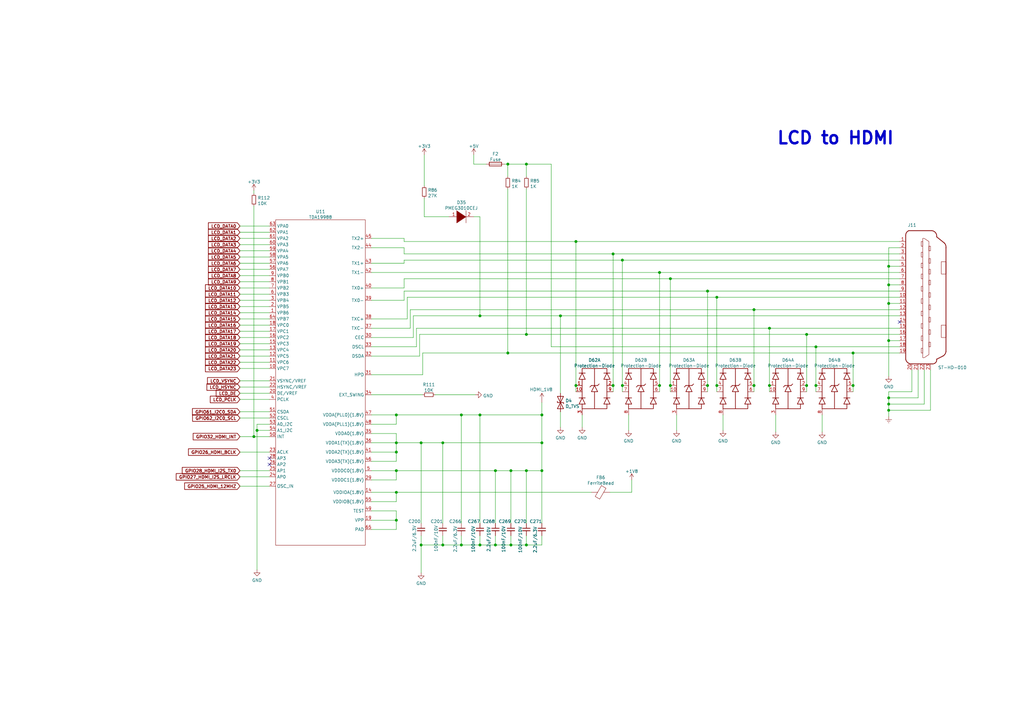
<source format=kicad_sch>
(kicad_sch (version 20210126) (generator eeschema)
  (paper "A3")
  (title_block (title "Beagle V") (date "2021-06-03") (rev "v0.7"))
  (lib_symbols
    (symbol "BeagleV:HDMI_1V8"
      (property "Value" "HDMI_1V8" (at 0 5.08 0))
      (symbol "HDMI_1V8_0_1"
        (polyline (pts (xy 0 0) (xy 0 3.81)))
        (polyline (pts (xy 0 3.81) (xy -0.762 2.54)))
        (polyline (pts (xy 0 3.81) (xy 0.762 2.54)))
      )
      (symbol "HDMI_1V8_1_1"
        (pin power_in line (at 0 0 90) (length 0) hide (name "LDO_3V3") (number "1"))
      )
    )
    (symbol "BeagleV:Protection-Diode"
      (property "Reference" "D" (at -4.445 9.525 0))
      (property "Value" "Protection-Diode" (at 3.175 -10.16 0))
      (symbol "Protection-Diode_0_1"
        (polyline (pts (xy -5.08 -3.81) (xy -5.08 3.81)) (stroke (width 0.254)))
        (polyline (pts (xy -3.81 -3.81) (xy -6.35 -3.81)) (stroke (width 0.254)))
        (polyline (pts (xy -3.81 6.35) (xy -6.35 6.35)) (stroke (width 0.254)))
        (polyline (pts (xy -1.27 1.27) (xy -1.905 0.635)) (stroke (width 0.254)))
        (polyline (pts (xy 0 -8.255) (xy 0 -1.27)) (stroke (width 0.254)))
        (polyline (pts (xy 0 1.27) (xy 0 8.255)) (stroke (width 0.254)))
        (polyline (pts (xy 1.27 1.27) (xy -1.27 1.27)) (stroke (width 0.254)))
        (polyline (pts (xy 1.27 1.27) (xy 1.905 1.905)) (stroke (width 0.254)))
        (polyline (pts (xy 5.08 -3.81) (xy 5.08 3.81)) (stroke (width 0.254)))
        (polyline (pts (xy 6.35 -3.81) (xy 3.81 -3.81)) (stroke (width 0.254)))
        (polyline (pts (xy 6.35 6.35) (xy 3.81 6.35)) (stroke (width 0.254)))
        (polyline (pts (xy -5.08 -6.35) (xy -5.08 -8.255) (xy 5.08 -8.255) (xy 5.08 -6.35)) (stroke (width 0.254)))
        (polyline (pts (xy -5.08 6.35) (xy -5.08 8.255) (xy 5.08 8.255) (xy 5.08 6.35)) (stroke (width 0.254)))
        (polyline (pts (xy -3.81 -6.35) (xy -6.35 -6.35) (xy -5.08 -3.81) (xy -3.81 -6.35)) (stroke (width 0.254)))
        (polyline (pts (xy -3.81 3.81) (xy -6.35 3.81) (xy -5.08 6.35) (xy -3.81 3.81)) (stroke (width 0.254)))
        (polyline (pts (xy 1.27 -1.27) (xy -1.27 -1.27) (xy 0 1.27) (xy 1.27 -1.27)) (stroke (width 0.254)))
        (polyline (pts (xy 6.35 -6.35) (xy 3.81 -6.35) (xy 5.08 -3.81) (xy 6.35 -6.35)) (stroke (width 0.254)))
        (polyline (pts (xy 6.35 3.81) (xy 3.81 3.81) (xy 5.08 6.35) (xy 6.35 3.81)) (stroke (width 0.254)))
      )
      (symbol "Protection-Diode_1_1"
        (pin passive line (at -7.62 1.27 0) (length 2.54) (name "") (number "1"))
        (pin passive line (at -7.62 -1.27 0) (length 2.54) (name "") (number "10"))
        (pin passive line (at 7.62 1.27 180) (length 2.54) (name "") (number "2"))
        (pin passive line (at -5.08 -10.795 90) (length 2.54) (name "") (number "3"))
        (pin passive line (at 7.62 -1.27 180) (length 2.54) (name "") (number "9"))
      )
      (symbol "Protection-Diode_2_1"
        (pin passive line (at -7.62 1.27 0) (length 2.54) (name "") (number "4"))
        (pin passive line (at 7.62 1.27 180) (length 2.54) (name "") (number "5"))
        (pin passive line (at 7.62 -1.27 180) (length 2.54) (name "") (number "6"))
        (pin passive line (at -7.62 -1.27 0) (length 2.54) (name "") (number "7"))
        (pin passive line (at -5.08 -10.795 90) (length 2.54) (name "") (number "8"))
      )
    )
    (symbol "BeagleV:Protection-Diode_1"
      (property "Reference" "J" (at -4.445 9.525 0))
      (property "Value" "Protection-Diode" (at 3.175 -10.16 0))
      (symbol "Protection-Diode_1_0_1"
        (polyline (pts (xy -5.08 -3.81) (xy -5.08 3.81)) (stroke (width 0.254)))
        (polyline (pts (xy -3.81 -3.81) (xy -6.35 -3.81)) (stroke (width 0.254)))
        (polyline (pts (xy -3.81 6.35) (xy -6.35 6.35)) (stroke (width 0.254)))
        (polyline (pts (xy -1.27 1.27) (xy -1.905 0.635)) (stroke (width 0.254)))
        (polyline (pts (xy 0 -8.255) (xy 0 -1.27)) (stroke (width 0.254)))
        (polyline (pts (xy 0 1.27) (xy 0 8.255)) (stroke (width 0.254)))
        (polyline (pts (xy 1.27 1.27) (xy -1.27 1.27)) (stroke (width 0.254)))
        (polyline (pts (xy 1.27 1.27) (xy 1.905 1.905)) (stroke (width 0.254)))
        (polyline (pts (xy 5.08 -3.81) (xy 5.08 3.81)) (stroke (width 0.254)))
        (polyline (pts (xy 6.35 -3.81) (xy 3.81 -3.81)) (stroke (width 0.254)))
        (polyline (pts (xy 6.35 6.35) (xy 3.81 6.35)) (stroke (width 0.254)))
        (polyline (pts (xy -5.08 -6.35) (xy -5.08 -8.255) (xy 5.08 -8.255) (xy 5.08 -6.35)) (stroke (width 0.254)))
        (polyline (pts (xy -5.08 6.35) (xy -5.08 8.255) (xy 5.08 8.255) (xy 5.08 6.35)) (stroke (width 0.254)))
        (polyline (pts (xy -3.81 -6.35) (xy -6.35 -6.35) (xy -5.08 -3.81) (xy -3.81 -6.35)) (stroke (width 0.254)))
        (polyline (pts (xy -3.81 3.81) (xy -6.35 3.81) (xy -5.08 6.35) (xy -3.81 3.81)) (stroke (width 0.254)))
        (polyline (pts (xy 1.27 -1.27) (xy -1.27 -1.27) (xy 0 1.27) (xy 1.27 -1.27)) (stroke (width 0.254)))
        (polyline (pts (xy 6.35 -6.35) (xy 3.81 -6.35) (xy 5.08 -3.81) (xy 6.35 -6.35)) (stroke (width 0.254)))
        (polyline (pts (xy 6.35 3.81) (xy 3.81 3.81) (xy 5.08 6.35) (xy 6.35 3.81)) (stroke (width 0.254)))
      )
      (symbol "Protection-Diode_1_1_1"
        (pin passive line (at -7.62 1.27 0) (length 2.54) (name "") (number "1"))
        (pin passive line (at -7.62 -1.27 0) (length 2.54) (name "") (number "10"))
        (pin passive line (at 7.62 1.27 180) (length 2.54) (name "") (number "2"))
        (pin passive line (at -5.08 -10.795 90) (length 2.54) (name "") (number "3"))
        (pin passive line (at 7.62 -1.27 180) (length 2.54) (name "") (number "9"))
      )
      (symbol "Protection-Diode_1_2_1"
        (pin passive line (at -7.62 1.27 0) (length 2.54) (name "") (number "4"))
        (pin passive line (at 7.62 1.27 180) (length 2.54) (name "") (number "5"))
        (pin passive line (at 7.62 -1.27 180) (length 2.54) (name "") (number "6"))
        (pin passive line (at -7.62 -1.27 0) (length 2.54) (name "") (number "7"))
        (pin passive line (at -5.08 -10.795 90) (length 2.54) (name "") (number "8"))
      )
    )
    (symbol "BeagleV:Protection-Diode_2"
      (property "Reference" "J" (at -4.445 9.525 0))
      (property "Value" "Protection-Diode" (at 3.175 -10.16 0))
      (symbol "Protection-Diode_2_0_1"
        (polyline (pts (xy -5.08 -3.81) (xy -5.08 3.81)) (stroke (width 0.254)))
        (polyline (pts (xy -3.81 -3.81) (xy -6.35 -3.81)) (stroke (width 0.254)))
        (polyline (pts (xy -3.81 6.35) (xy -6.35 6.35)) (stroke (width 0.254)))
        (polyline (pts (xy -1.27 1.27) (xy -1.905 0.635)) (stroke (width 0.254)))
        (polyline (pts (xy 0 -8.255) (xy 0 -1.27)) (stroke (width 0.254)))
        (polyline (pts (xy 0 1.27) (xy 0 8.255)) (stroke (width 0.254)))
        (polyline (pts (xy 1.27 1.27) (xy -1.27 1.27)) (stroke (width 0.254)))
        (polyline (pts (xy 1.27 1.27) (xy 1.905 1.905)) (stroke (width 0.254)))
        (polyline (pts (xy 5.08 -3.81) (xy 5.08 3.81)) (stroke (width 0.254)))
        (polyline (pts (xy 6.35 -3.81) (xy 3.81 -3.81)) (stroke (width 0.254)))
        (polyline (pts (xy 6.35 6.35) (xy 3.81 6.35)) (stroke (width 0.254)))
        (polyline (pts (xy -5.08 -6.35) (xy -5.08 -8.255) (xy 5.08 -8.255) (xy 5.08 -6.35)) (stroke (width 0.254)))
        (polyline (pts (xy -5.08 6.35) (xy -5.08 8.255) (xy 5.08 8.255) (xy 5.08 6.35)) (stroke (width 0.254)))
        (polyline (pts (xy -3.81 -6.35) (xy -6.35 -6.35) (xy -5.08 -3.81) (xy -3.81 -6.35)) (stroke (width 0.254)))
        (polyline (pts (xy -3.81 3.81) (xy -6.35 3.81) (xy -5.08 6.35) (xy -3.81 3.81)) (stroke (width 0.254)))
        (polyline (pts (xy 1.27 -1.27) (xy -1.27 -1.27) (xy 0 1.27) (xy 1.27 -1.27)) (stroke (width 0.254)))
        (polyline (pts (xy 6.35 -6.35) (xy 3.81 -6.35) (xy 5.08 -3.81) (xy 6.35 -6.35)) (stroke (width 0.254)))
        (polyline (pts (xy 6.35 3.81) (xy 3.81 3.81) (xy 5.08 6.35) (xy 6.35 3.81)) (stroke (width 0.254)))
      )
      (symbol "Protection-Diode_2_1_1"
        (pin passive line (at -7.62 1.27 0) (length 2.54) (name "") (number "1"))
        (pin passive line (at -7.62 -1.27 0) (length 2.54) (name "") (number "10"))
        (pin passive line (at 7.62 1.27 180) (length 2.54) (name "") (number "2"))
        (pin passive line (at -5.08 -10.795 90) (length 2.54) (name "") (number "3"))
        (pin passive line (at 7.62 -1.27 180) (length 2.54) (name "") (number "9"))
      )
      (symbol "Protection-Diode_2_2_1"
        (pin passive line (at -7.62 1.27 0) (length 2.54) (name "") (number "4"))
        (pin passive line (at 7.62 1.27 180) (length 2.54) (name "") (number "5"))
        (pin passive line (at 7.62 -1.27 180) (length 2.54) (name "") (number "6"))
        (pin passive line (at -7.62 -1.27 0) (length 2.54) (name "") (number "7"))
        (pin passive line (at -5.08 -10.795 90) (length 2.54) (name "") (number "8"))
      )
    )
    (symbol "BeagleV:ST-HD-010"
      (property "Reference" "J" (at -5.715 26.035 0))
      (property "Value" "ST-HD-010" (at -0.635 -40.64 0))
      (symbol "ST-HD-010_0_1"
        (arc (start -8.255 22.86) (end -6.985 24.765) (radius (at -6.2629 22.9077) (length 1.9927) (angles -178.6 111.2)) (stroke (width 0.3048)))
        (arc (start -6.35 -29.845) (end -8.255 -27.94) (radius (at -5.9306 -27.5206) (length 2.3619) (angles -100.2 -169.8)) (stroke (width 0.3048)))
        (arc (start 2.54 24.765) (end 4.445 22.225) (radius (at 2.2225 22.5425) (length 2.2451) (angles 81.9 -8.1)) (stroke (width 0.3048)))
        (arc (start 2.54 -29.845) (end 4.445 -27.94) (radius (at 2.8064 -28.2064) (length 1.6601) (angles -99.2 9.2)) (stroke (width 0.3048)))
        (arc (start 8.255 -24.765) (end 6.985 -26.67) (radius (at 5.7909 -24.4981) (length 2.4785) (angles -6.2 -61.2)) (stroke (width 0.3048)))
        (arc (start 8.255 17.78) (end 7.62 19.685) (radius (at 5.8785 18.0462) (length 2.3914) (angles -6.4 43.3)) (stroke (width 0.3048)))
        (rectangle (start -1.905 -23.495) (end -1.27 -25.4) (stroke (width 0.1524)))
        (rectangle (start -1.905 -18.415) (end -1.27 -20.32) (stroke (width 0.1524)))
        (rectangle (start -1.905 -13.335) (end -1.27 -15.24) (stroke (width 0.1524)))
        (rectangle (start -1.905 -8.255) (end -1.27 -10.16) (stroke (width 0.1524)))
        (rectangle (start -1.905 -3.175) (end -1.27 -5.08) (stroke (width 0.1524)))
        (rectangle (start -1.905 1.905) (end -1.27 0) (stroke (width 0.1524)))
        (rectangle (start -1.905 6.985) (end -1.27 5.08) (stroke (width 0.1524)))
        (rectangle (start -1.905 11.43) (end -1.27 9.525) (stroke (width 0.1524)))
        (rectangle (start -1.905 15.875) (end -1.27 13.97) (stroke (width 0.1524)))
        (rectangle (start -1.905 20.32) (end -1.27 18.415) (stroke (width 0.1524)))
        (rectangle (start 1.27 -20.955) (end 1.905 -22.86) (stroke (width 0.1524)))
        (rectangle (start 1.27 -15.875) (end 1.905 -17.78) (stroke (width 0.1524)))
        (rectangle (start 1.27 -10.795) (end 1.905 -12.7) (stroke (width 0.1524)))
        (rectangle (start 1.27 -5.715) (end 1.905 -7.62) (stroke (width 0.1524)))
        (rectangle (start 1.27 -0.635) (end 1.905 -2.54) (stroke (width 0.1524)))
        (rectangle (start 1.27 4.445) (end 1.905 2.54) (stroke (width 0.1524)))
        (rectangle (start 1.27 8.89) (end 1.905 6.985) (stroke (width 0.1524)))
        (rectangle (start 1.27 13.335) (end 1.905 11.43) (stroke (width 0.1524)))
        (rectangle (start 1.27 18.415) (end 1.905 16.51) (stroke (width 0.1524)))
        (rectangle (start 6.35 -13.97) (end 8.255 -19.05) (stroke (width 0.1524)))
        (rectangle (start 6.35 12.065) (end 8.255 6.985) (stroke (width 0.1524)))
        (polyline (pts (xy -8.255 22.86) (xy -8.255 -27.94)) (stroke (width 0.3048)))
        (polyline (pts (xy -6.985 24.765) (xy 2.54 24.765)) (stroke (width 0.3048)))
        (polyline (pts (xy -6.35 -29.845) (xy 2.54 -29.845)) (stroke (width 0.3048)))
        (polyline (pts (xy 4.445 -27.94) (xy 6.985 -26.67)) (stroke (width 0.3048)))
        (polyline (pts (xy 4.445 22.225) (xy 7.62 19.685)) (stroke (width 0.3048)))
        (polyline (pts (xy 8.255 17.78) (xy 8.255 -24.765)) (stroke (width 0.3048)))
        (polyline (pts (xy -1.27 21.59) (xy -1.27 -27.305) (xy -0.635 -27.305) (xy 1.27 -26.035) (xy 1.27 20.32) (xy -0.635 21.59) (xy -1.27 21.59)) (stroke (width 0.1524)))
      )
      (symbol "ST-HD-010_1_1"
        (pin passive line (at -10.795 20.32 0) (length 2.54) (name "") (number "1"))
        (pin passive line (at -10.795 -2.54 0) (length 2.54) (name "") (number "10"))
        (pin passive line (at -10.795 -5.08 0) (length 2.54) (name "") (number "11"))
        (pin passive line (at -10.795 -7.62 0) (length 2.54) (name "") (number "12"))
        (pin passive line (at -10.795 -10.16 0) (length 2.54) (name "") (number "13"))
        (pin passive line (at -10.795 -12.7 0) (length 2.54) (name "") (number "14"))
        (pin passive line (at -10.795 -15.24 0) (length 2.54) (name "") (number "15"))
        (pin passive line (at -10.795 -17.78 0) (length 2.54) (name "") (number "16"))
        (pin passive line (at -10.795 -20.32 0) (length 2.54) (name "") (number "17"))
        (pin passive line (at -10.795 -22.86 0) (length 2.54) (name "") (number "18"))
        (pin passive line (at -10.795 -25.4 0) (length 2.54) (name "") (number "19"))
        (pin passive line (at -10.795 17.78 0) (length 2.54) (name "") (number "2"))
        (pin passive line (at -5.715 -32.385 90) (length 2.54) (name "") (number "20"))
        (pin passive line (at -3.175 -32.385 90) (length 2.54) (name "") (number "21"))
        (pin passive line (at -0.635 -32.385 90) (length 2.54) (name "") (number "22"))
        (pin passive line (at 1.905 -32.385 90) (length 2.54) (name "") (number "23"))
        (pin passive line (at -10.795 15.24 0) (length 2.54) (name "") (number "3"))
        (pin passive line (at -10.795 12.7 0) (length 2.54) (name "") (number "4"))
        (pin passive line (at -10.795 10.16 0) (length 2.54) (name "") (number "5"))
        (pin passive line (at -10.795 7.62 0) (length 2.54) (name "") (number "6"))
        (pin passive line (at -10.795 5.08 0) (length 2.54) (name "") (number "7"))
        (pin passive line (at -10.795 2.54 0) (length 2.54) (name "") (number "8"))
        (pin passive line (at -10.795 0 0) (length 2.54) (name "") (number "9"))
      )
    )
    (symbol "BeagleV:TDA19988"
      (property "Reference" "U" (at -21.3 71.5 0))
      (property "Value" "TDA19988" (at -17.3 -66 0))
      (symbol "TDA19988_0_1"
        (rectangle (start -22.86 69.85) (end 13.97 -63.6) (stroke (width 0.1524)))
      )
      (symbol "TDA19988_1_1"
        (pin input line (at -25.4 31.75 0) (length 2.56) (name "VPB6") (number "1"))
        (pin input line (at -25.4 8.89 0) (length 2.56) (name "VPC7") (number "10"))
        (pin input line (at -25.4 11.43 0) (length 2.56) (name "VPC6") (number "11"))
        (pin input line (at -25.4 13.97 0) (length 2.56) (name "VPC5") (number "12"))
        (pin input line (at -25.4 16.51 0) (length 2.56) (name "VPC4") (number "13"))
        (pin power_in line (at 16.51 -41.91 180) (length 2.56) (name "VDDIOA(1.8V)") (number "14"))
        (pin input line (at -25.4 19.05 0) (length 2.56) (name "VPC3") (number "15"))
        (pin input line (at -25.4 21.59 0) (length 2.56) (name "VPC2") (number "16"))
        (pin input line (at -25.4 24.13 0) (length 2.56) (name "VPC1") (number "17"))
        (pin input line (at -25.4 26.67 0) (length 2.56) (name "VPC0") (number "18"))
        (pin power_in line (at 16.51 -53.34 180) (length 2.56) (name "VPP") (number "19"))
        (pin input line (at -25.4 34.29 0) (length 2.56) (name "VPB5") (number "2"))
        (pin input line (at -25.4 -1.27 0) (length 2.56) (name "DE/VREF") (number "20"))
        (pin input line (at -25.4 3.81 0) (length 2.56) (name "VSYNC/VREF") (number "21"))
        (pin input line (at -25.4 1.27 0) (length 2.56) (name "HSYNC/VREF") (number "22"))
        (pin input line (at -25.4 -25.4 0) (length 2.56) (name "ACLK") (number "23"))
        (pin input line (at -25.4 -35.56 0) (length 2.56) (name "AP0") (number "24"))
        (pin input line (at -25.4 -33.02 0) (length 2.56) (name "AP1") (number "25"))
        (pin input line (at -25.4 -30.48 0) (length 2.56) (name "AP2") (number "26"))
        (pin input line (at -25.4 -39.37 0) (length 2.56) (name "OSC_IN") (number "27"))
        (pin input line (at -25.4 -27.94 0) (length 2.56) (name "AP3") (number "28"))
        (pin power_in line (at 16.51 -36.83 180) (length 2.56) (name "VDDDC1(1.8V)") (number "29"))
        (pin input line (at -25.4 36.83 0) (length 2.56) (name "VPB4") (number "3"))
        (pin output line (at 16.51 21.59 180) (length 2.54) (name "CEC") (number "30"))
        (pin output line (at 16.51 6.35 180) (length 2.56) (name "HPD") (number "31"))
        (pin output line (at 16.51 13.97 180) (length 2.56) (name "DSDA") (number "32"))
        (pin output line (at 16.51 17.78 180) (length 2.56) (name "DSCL") (number "33"))
        (pin output line (at 16.51 -1.905 180) (length 2.56) (name "EXT_SWING") (number "34"))
        (pin power_in line (at 16.51 -17.78 180) (length 2.56) (name "VDDA0(1.8V)") (number "35"))
        (pin power_in line (at 16.51 -21.59 180) (length 2.56) (name "VDDA1(TX)(1.8V)") (number "36"))
        (pin output line (at 16.51 25.4 180) (length 2.56) (name "TXC-") (number "37"))
        (pin output line (at 16.51 29.21 180) (length 2.56) (name "TXC+") (number "38"))
        (pin output line (at 16.51 36.83 180) (length 2.56) (name "TX0-") (number "39"))
        (pin input line (at -25.4 -3.81 0) (length 2.56) (name "PCLK") (number "4"))
        (pin output line (at 16.51 41.91 180) (length 2.56) (name "TX0+") (number "40"))
        (pin power_in line (at 16.51 -25.4 180) (length 2.56) (name "VDDA2(TX)(1.8V)") (number "41"))
        (pin output line (at 16.51 48.26 180) (length 2.56) (name "TX1-") (number "42"))
        (pin output line (at 16.51 52.07 180) (length 2.56) (name "TX1+") (number "43"))
        (pin output line (at 16.51 58.42 180) (length 2.56) (name "TX2-") (number "44"))
        (pin output line (at 16.51 62.23 180) (length 2.56) (name "TX2+") (number "45"))
        (pin power_in line (at 16.51 -29.21 180) (length 2.56) (name "VDDA3(TX)(1.8V)") (number "46"))
        (pin power_in line (at 16.51 -10.16 180) (length 2.56) (name "VDDA(PLL0)(1.8V)") (number "47"))
        (pin power_in line (at 16.51 -13.97 180) (length 2.56) (name "VDDA(PLL1)(1.8V)") (number "48"))
        (pin power_in line (at 16.51 -49.53 180) (length 2.56) (name "TEST") (number "49"))
        (pin power_in line (at 16.51 -33.02 180) (length 2.56) (name "VDDDC0(1.8V)") (number "5"))
        (pin output line (at -25.4 -19.05 0) (length 2.56) (name "INT") (number "50"))
        (pin input line (at -25.4 -8.89 0) (length 2.56) (name "CSDA") (number "51"))
        (pin input line (at -25.4 -11.43 0) (length 2.56) (name "CSCL") (number "52"))
        (pin input line (at -25.4 -13.97 0) (length 2.56) (name "A0_I2C") (number "53"))
        (pin input line (at -25.4 -16.51 0) (length 2.56) (name "A1_I2C") (number "54"))
        (pin power_in line (at 16.51 -45.72 180) (length 2.56) (name "VDDIOB(1.8V)") (number "55"))
        (pin input line (at -25.4 49.53 0) (length 2.56) (name "VPA7") (number "56"))
        (pin input line (at -25.4 52.07 0) (length 2.56) (name "VPA6") (number "57"))
        (pin input line (at -25.4 54.61 0) (length 2.56) (name "VPA5") (number "58"))
        (pin input line (at -25.4 57.15 0) (length 2.56) (name "VPA4") (number "59"))
        (pin input line (at -25.4 39.37 0) (length 2.56) (name "VPB3") (number "6"))
        (pin input line (at -25.4 59.69 0) (length 2.56) (name "VPA3") (number "60"))
        (pin input line (at -25.4 62.23 0) (length 2.56) (name "VPA2") (number "61"))
        (pin input line (at -25.4 64.77 0) (length 2.56) (name "VPA1") (number "62"))
        (pin input line (at -25.4 67.31 0) (length 2.56) (name "VPA0") (number "63"))
        (pin input line (at -25.4 29.21 0) (length 2.56) (name "VPB7") (number "64"))
        (pin power_in line (at 16.51 -57.15 180) (length 2.56) (name "PAD") (number "65"))
        (pin input line (at -25.4 41.91 0) (length 2.56) (name "VPB2") (number "7"))
        (pin input line (at -25.4 44.45 0) (length 2.56) (name "VPB1") (number "8"))
        (pin input line (at -25.4 46.99 0) (length 2.56) (name "VPB0") (number "9"))
      )
    )
    (symbol "Device:C_Small" (pin_numbers hide) (pin_names (offset 0.254) hide)
      (property "Reference" "C" (at 0.254 1.778 0))
      (property "Value" "C_Small" (at 0.254 -2.032 0))
      (symbol "C_Small_0_1"
        (polyline (pts (xy -1.524 -0.508) (xy 1.524 -0.508)) (stroke (width 0.3302)))
        (polyline (pts (xy -1.524 0.508) (xy 1.524 0.508)) (stroke (width 0.3048)))
      )
      (symbol "C_Small_1_1"
        (pin passive line (at 0 2.54 270) (length 2.032) (name "~") (number "1"))
        (pin passive line (at 0 -2.54 90) (length 2.032) (name "~") (number "2"))
      )
    )
    (symbol "Device:D_TVS" (pin_numbers hide) (pin_names (offset 1.016) hide)
      (property "Reference" "D" (at 0 2.54 0))
      (property "Value" "D_TVS" (at 0 -2.54 0))
      (symbol "D_TVS_0_1"
        (polyline (pts (xy 1.27 0) (xy -1.27 0)))
        (polyline (pts (xy 0.508 1.27) (xy 0 1.27) (xy 0 -1.27) (xy -0.508 -1.27)) (stroke (width 0.254)))
        (polyline (pts (xy -2.54 1.27) (xy -2.54 -1.27) (xy 2.54 1.27) (xy 2.54 -1.27) (xy -2.54 1.27)) (stroke (width 0.254)))
      )
      (symbol "D_TVS_1_1"
        (pin passive line (at -3.81 0 0) (length 2.54) (name "A1") (number "1"))
        (pin passive line (at 3.81 0 180) (length 2.54) (name "A2") (number "2"))
      )
    )
    (symbol "Device:FerriteBead" (pin_numbers hide) (pin_names (offset 0))
      (property "Reference" "FB" (at -3.81 0.635 90))
      (property "Value" "FerriteBead" (at 3.81 0 90))
      (symbol "FerriteBead_0_1"
        (polyline (pts (xy 0 -1.27) (xy 0 -1.2192)))
        (polyline (pts (xy 0 1.27) (xy 0 1.2954)))
        (polyline (pts (xy -2.7686 0.4064) (xy -1.7018 2.2606) (xy 2.7686 -0.3048) (xy 1.6764 -2.159) (xy -2.7686 0.4064)))
      )
      (symbol "FerriteBead_1_1"
        (pin passive line (at 0 3.81 270) (length 2.54) (name "~") (number "1"))
        (pin passive line (at 0 -3.81 90) (length 2.54) (name "~") (number "2"))
      )
    )
    (symbol "Device:Fuse" (pin_numbers hide) (pin_names (offset 0))
      (property "Reference" "F" (at 2.032 0 90))
      (property "Value" "Fuse" (at -1.905 0 90))
      (symbol "Fuse_0_1"
        (rectangle (start -0.762 -2.54) (end 0.762 2.54) (stroke (width 0.254)))
        (polyline (pts (xy 0 2.54) (xy 0 -2.54)))
      )
      (symbol "Fuse_1_1"
        (pin passive line (at 0 3.81 270) (length 1.27) (name "~") (number "1"))
        (pin passive line (at 0 -3.81 90) (length 1.27) (name "~") (number "2"))
      )
    )
    (symbol "Device:R_Small" (pin_numbers hide) (pin_names (offset 0.254) hide)
      (property "Reference" "R" (at 0.762 0.508 0))
      (property "Value" "R_Small" (at 0.762 -1.016 0))
      (symbol "R_Small_0_1"
        (rectangle (start -0.762 1.778) (end 0.762 -1.778) (stroke (width 0.2032)))
      )
      (symbol "R_Small_1_1"
        (pin passive line (at 0 2.54 270) (length 0.762) (name "~") (number "1"))
        (pin passive line (at 0 -2.54 90) (length 0.762) (name "~") (number "2"))
      )
    )
    (symbol "power:+1V8" (power) (pin_names (offset 0))
      (property "Value" "+1V8" (at 0 3.556 0))
      (symbol "+1V8_0_1"
        (polyline (pts (xy -0.762 1.27) (xy 0 2.54)))
        (polyline (pts (xy 0 0) (xy 0 2.54)))
        (polyline (pts (xy 0 2.54) (xy 0.762 1.27)))
      )
      (symbol "+1V8_1_1"
        (pin power_in line (at 0 0 90) (length 0) hide (name "+1V8") (number "1"))
      )
    )
    (symbol "power:+3V3" (power) (pin_names (offset 0))
      (property "Value" "+3V3" (at 0 3.556 0))
      (symbol "+3V3_0_1"
        (polyline (pts (xy -0.762 1.27) (xy 0 2.54)))
        (polyline (pts (xy 0 0) (xy 0 2.54)))
        (polyline (pts (xy 0 2.54) (xy 0.762 1.27)))
      )
      (symbol "+3V3_1_1"
        (pin power_in line (at 0 0 90) (length 0) hide (name "+3V3") (number "1"))
      )
    )
    (symbol "power:+5V" (power) (pin_names (offset 0))
      (property "Value" "+5V" (at 0 3.556 0))
      (symbol "+5V_0_1"
        (polyline (pts (xy -0.762 1.27) (xy 0 2.54)))
        (polyline (pts (xy 0 0) (xy 0 2.54)))
        (polyline (pts (xy 0 2.54) (xy 0.762 1.27)))
      )
      (symbol "+5V_1_1"
        (pin power_in line (at 0 0 90) (length 0) hide (name "+5V") (number "1"))
      )
    )
    (symbol "power:Earth" (power) (pin_names (offset 0))
      (symbol "Earth_0_1"
        (polyline (pts (xy -0.635 -1.905) (xy 0.635 -1.905)))
        (polyline (pts (xy -0.127 -2.54) (xy 0.127 -2.54)))
        (polyline (pts (xy 0 -1.27) (xy 0 0)))
        (polyline (pts (xy 1.27 -1.27) (xy -1.27 -1.27)))
      )
      (symbol "Earth_1_1"
        (pin power_in line (at 0 0 270) (length 0) hide (name "Earth") (number "1"))
      )
    )
    (symbol "power:GND" (power) (pin_names (offset 0))
      (property "Value" "GND" (at 0 -3.81 0))
      (symbol "GND_0_1"
        (polyline (pts (xy 0 0) (xy 0 -1.27) (xy 1.27 -1.27) (xy 0 -2.54) (xy -1.27 -1.27) (xy 0 -1.27)))
      )
      (symbol "GND_1_1"
        (pin power_in line (at 0 0 270) (length 0) hide (name "GND") (number "1"))
      )
    )
    (symbol "pspice:DIODE" (pin_names (offset 1.016) hide)
      (property "Reference" "D" (at 0 3.81 0))
      (property "Value" "DIODE" (at 0 -4.445 0))
      (symbol "DIODE_0_1"
        (polyline (pts (xy 1.905 2.54) (xy 1.905 -2.54)))
        (polyline (pts (xy -1.905 2.54) (xy -1.905 -2.54) (xy 1.905 0)) (fill (type outline)))
      )
      (symbol "DIODE_1_1"
        (pin input line (at -5.08 0 0) (length 3.81) (name "K") (number "1"))
        (pin input line (at 5.08 0 180) (length 3.81) (name "A") (number "2"))
      )
    )
  )
  (junction (at 104.14 179.07) (diameter 1.016))
  (junction (at 105.41 176.53) (diameter 1.016))
  (junction (at 162.56 170.18) (diameter 1.016))
  (junction (at 162.56 181.61) (diameter 1.016))
  (junction (at 162.56 185.42) (diameter 1.016))
  (junction (at 162.56 193.04) (diameter 1.016))
  (junction (at 162.56 201.93) (diameter 1.016))
  (junction (at 162.56 213.36) (diameter 1.016))
  (junction (at 172.72 181.61) (diameter 1.016))
  (junction (at 172.72 223.52) (diameter 1.016))
  (junction (at 181.61 181.61) (diameter 1.016))
  (junction (at 181.61 223.52) (diameter 1.016))
  (junction (at 189.23 170.18) (diameter 1.016))
  (junction (at 189.23 223.52) (diameter 1.016))
  (junction (at 196.85 129.54) (diameter 1.016))
  (junction (at 196.85 170.18) (diameter 1.016))
  (junction (at 196.85 223.52) (diameter 1.016))
  (junction (at 203.2 193.04) (diameter 1.016))
  (junction (at 203.2 223.52) (diameter 1.016))
  (junction (at 208.28 67.31) (diameter 1.016))
  (junction (at 208.28 144.78) (diameter 1.016))
  (junction (at 209.55 193.04) (diameter 1.016))
  (junction (at 209.55 223.52) (diameter 1.016))
  (junction (at 215.9 67.31) (diameter 1.016))
  (junction (at 215.9 137.16) (diameter 1.016))
  (junction (at 215.9 193.04) (diameter 1.016))
  (junction (at 215.9 223.52) (diameter 1.016))
  (junction (at 222.25 170.18) (diameter 1.016))
  (junction (at 222.25 181.61) (diameter 1.016))
  (junction (at 222.25 193.04) (diameter 1.016))
  (junction (at 229.87 129.54) (diameter 1.016))
  (junction (at 236.22 99.06) (diameter 1.016))
  (junction (at 236.22 158.115) (diameter 1.016))
  (junction (at 251.46 104.14) (diameter 1.016))
  (junction (at 251.46 158.115) (diameter 1.016))
  (junction (at 255.27 106.68) (diameter 1.016))
  (junction (at 255.27 158.115) (diameter 1.016))
  (junction (at 270.51 111.76) (diameter 1.016))
  (junction (at 270.51 158.115) (diameter 1.016))
  (junction (at 274.955 114.3) (diameter 1.016))
  (junction (at 274.955 158.115) (diameter 1.016))
  (junction (at 290.195 119.38) (diameter 1.016))
  (junction (at 290.195 158.115) (diameter 1.016))
  (junction (at 294.005 121.92) (diameter 1.016))
  (junction (at 294.005 158.115) (diameter 1.016))
  (junction (at 309.245 127) (diameter 1.016))
  (junction (at 309.245 158.115) (diameter 1.016))
  (junction (at 315.595 134.62) (diameter 1.016))
  (junction (at 315.595 158.115) (diameter 1.016))
  (junction (at 330.835 137.16) (diameter 1.016))
  (junction (at 330.835 158.115) (diameter 1.016))
  (junction (at 334.645 142.24) (diameter 1.016))
  (junction (at 334.645 158.115) (diameter 1.016))
  (junction (at 349.885 144.78) (diameter 1.016))
  (junction (at 349.885 158.115) (diameter 1.016))
  (junction (at 364.49 109.22) (diameter 1.016))
  (junction (at 364.49 116.84) (diameter 1.016))
  (junction (at 364.49 124.46) (diameter 1.016))
  (junction (at 364.49 139.7) (diameter 1.016))
  (junction (at 364.49 163.195) (diameter 1.016))
  (junction (at 364.49 165.735) (diameter 1.016))
  (junction (at 364.49 168.275) (diameter 1.016))
  (no_connect (at 110.49 187.96))
  (no_connect (at 110.49 190.5))
  (no_connect (at 368.935 132.08))
  (wire (pts (xy 98.425 92.71) (xy 110.49 92.71)))
  (wire (pts (xy 98.425 95.25) (xy 110.49 95.25)))
  (wire (pts (xy 98.425 97.79) (xy 110.49 97.79)))
  (wire (pts (xy 98.425 100.33) (xy 110.49 100.33)))
  (wire (pts (xy 98.425 102.87) (xy 110.49 102.87)))
  (wire (pts (xy 98.425 105.41) (xy 110.49 105.41)))
  (wire (pts (xy 98.425 107.95) (xy 110.49 107.95)))
  (wire (pts (xy 98.425 110.49) (xy 110.49 110.49)))
  (wire (pts (xy 98.425 113.03) (xy 110.49 113.03)))
  (wire (pts (xy 98.425 115.57) (xy 110.49 115.57)))
  (wire (pts (xy 98.425 118.11) (xy 110.49 118.11)))
  (wire (pts (xy 98.425 120.65) (xy 110.49 120.65)))
  (wire (pts (xy 98.425 123.19) (xy 110.49 123.19)))
  (wire (pts (xy 98.425 125.73) (xy 110.49 125.73)))
  (wire (pts (xy 98.425 128.27) (xy 110.49 128.27)))
  (wire (pts (xy 98.425 130.81) (xy 110.49 130.81)))
  (wire (pts (xy 98.425 133.35) (xy 110.49 133.35)))
  (wire (pts (xy 98.425 135.89) (xy 110.49 135.89)))
  (wire (pts (xy 98.425 138.43) (xy 110.49 138.43)))
  (wire (pts (xy 98.425 140.97) (xy 110.49 140.97)))
  (wire (pts (xy 98.425 143.51) (xy 110.49 143.51)))
  (wire (pts (xy 98.425 146.05) (xy 110.49 146.05)))
  (wire (pts (xy 98.425 148.59) (xy 110.49 148.59)))
  (wire (pts (xy 98.425 151.13) (xy 110.49 151.13)))
  (wire (pts (xy 98.425 156.21) (xy 110.49 156.21)))
  (wire (pts (xy 98.425 158.75) (xy 110.49 158.75)))
  (wire (pts (xy 98.425 161.29) (xy 110.49 161.29)))
  (wire (pts (xy 98.425 163.83) (xy 110.49 163.83)))
  (wire (pts (xy 98.425 168.91) (xy 110.49 168.91)))
  (wire (pts (xy 98.425 171.45) (xy 110.49 171.45)))
  (wire (pts (xy 98.425 179.07) (xy 104.14 179.07)))
  (wire (pts (xy 98.425 185.42) (xy 110.49 185.42)))
  (wire (pts (xy 98.425 193.04) (xy 110.49 193.04)))
  (wire (pts (xy 98.425 195.58) (xy 110.49 195.58)))
  (wire (pts (xy 98.425 199.39) (xy 110.49 199.39)))
  (wire (pts (xy 104.14 78.105) (xy 104.14 79.375)))
  (wire (pts (xy 104.14 84.455) (xy 104.14 179.07)))
  (wire (pts (xy 104.14 179.07) (xy 110.49 179.07)))
  (wire (pts (xy 105.41 173.99) (xy 105.41 176.53)))
  (wire (pts (xy 105.41 173.99) (xy 110.49 173.99)))
  (wire (pts (xy 105.41 176.53) (xy 105.41 233.68)))
  (wire (pts (xy 105.41 176.53) (xy 110.49 176.53)))
  (wire (pts (xy 152.4 97.79) (xy 165.735 97.79)))
  (wire (pts (xy 152.4 107.95) (xy 165.735 107.95)))
  (wire (pts (xy 152.4 111.76) (xy 270.51 111.76)))
  (wire (pts (xy 152.4 130.81) (xy 167.005 130.81)))
  (wire (pts (xy 152.4 138.43) (xy 169.545 138.43)))
  (wire (pts (xy 152.4 146.05) (xy 172.085 146.05)))
  (wire (pts (xy 152.4 161.925) (xy 173.355 161.925)))
  (wire (pts (xy 152.4 173.99) (xy 162.56 173.99)))
  (wire (pts (xy 152.4 181.61) (xy 162.56 181.61)))
  (wire (pts (xy 152.4 185.42) (xy 162.56 185.42)))
  (wire (pts (xy 152.4 189.23) (xy 162.56 189.23)))
  (wire (pts (xy 152.4 196.85) (xy 162.56 196.85)))
  (wire (pts (xy 152.4 205.74) (xy 162.56 205.74)))
  (wire (pts (xy 152.4 209.55) (xy 162.56 209.55)))
  (wire (pts (xy 152.4 213.36) (xy 162.56 213.36)))
  (wire (pts (xy 162.56 170.18) (xy 152.4 170.18)))
  (wire (pts (xy 162.56 170.18) (xy 189.23 170.18)))
  (wire (pts (xy 162.56 173.99) (xy 162.56 170.18)))
  (wire (pts (xy 162.56 177.8) (xy 152.4 177.8)))
  (wire (pts (xy 162.56 181.61) (xy 162.56 177.8)))
  (wire (pts (xy 162.56 181.61) (xy 172.72 181.61)))
  (wire (pts (xy 162.56 185.42) (xy 162.56 181.61)))
  (wire (pts (xy 162.56 189.23) (xy 162.56 185.42)))
  (wire (pts (xy 162.56 193.04) (xy 152.4 193.04)))
  (wire (pts (xy 162.56 193.04) (xy 203.2 193.04)))
  (wire (pts (xy 162.56 196.85) (xy 162.56 193.04)))
  (wire (pts (xy 162.56 201.93) (xy 152.4 201.93)))
  (wire (pts (xy 162.56 201.93) (xy 242.57 201.93)))
  (wire (pts (xy 162.56 205.74) (xy 162.56 201.93)))
  (wire (pts (xy 162.56 209.55) (xy 162.56 213.36)))
  (wire (pts (xy 162.56 213.36) (xy 162.56 217.17)))
  (wire (pts (xy 162.56 217.17) (xy 152.4 217.17)))
  (wire (pts (xy 165.735 99.06) (xy 165.735 97.79)))
  (wire (pts (xy 165.735 101.6) (xy 152.4 101.6)))
  (wire (pts (xy 165.735 104.14) (xy 165.735 101.6)))
  (wire (pts (xy 165.735 106.68) (xy 165.735 107.95)))
  (wire (pts (xy 165.735 114.3) (xy 165.735 118.11)))
  (wire (pts (xy 165.735 118.11) (xy 152.4 118.11)))
  (wire (pts (xy 165.735 119.38) (xy 165.735 123.19)))
  (wire (pts (xy 165.735 123.19) (xy 152.4 123.19)))
  (wire (pts (xy 167.005 121.92) (xy 167.005 130.81)))
  (wire (pts (xy 168.275 127) (xy 168.275 134.62)))
  (wire (pts (xy 168.275 127) (xy 309.245 127)))
  (wire (pts (xy 168.275 134.62) (xy 152.4 134.62)))
  (wire (pts (xy 169.545 129.54) (xy 169.545 138.43)))
  (wire (pts (xy 170.815 134.62) (xy 170.815 142.24)))
  (wire (pts (xy 170.815 142.24) (xy 152.4 142.24)))
  (wire (pts (xy 172.085 137.16) (xy 215.9 137.16)))
  (wire (pts (xy 172.085 146.05) (xy 172.085 137.16)))
  (wire (pts (xy 172.72 181.61) (xy 172.72 214.63)))
  (wire (pts (xy 172.72 181.61) (xy 181.61 181.61)))
  (wire (pts (xy 172.72 219.71) (xy 172.72 223.52)))
  (wire (pts (xy 172.72 223.52) (xy 172.72 234.95)))
  (wire (pts (xy 172.72 223.52) (xy 181.61 223.52)))
  (wire (pts (xy 173.355 144.78) (xy 173.355 153.67)))
  (wire (pts (xy 173.355 144.78) (xy 208.28 144.78)))
  (wire (pts (xy 173.355 153.67) (xy 152.4 153.67)))
  (wire (pts (xy 173.99 63.5) (xy 173.99 76.2)))
  (wire (pts (xy 173.99 81.28) (xy 173.99 88.9)))
  (wire (pts (xy 173.99 88.9) (xy 184.15 88.9)))
  (wire (pts (xy 178.435 161.925) (xy 194.945 161.925)))
  (wire (pts (xy 181.61 181.61) (xy 181.61 214.63)))
  (wire (pts (xy 181.61 181.61) (xy 222.25 181.61)))
  (wire (pts (xy 181.61 219.71) (xy 181.61 223.52)))
  (wire (pts (xy 181.61 223.52) (xy 189.23 223.52)))
  (wire (pts (xy 189.23 170.18) (xy 189.23 214.63)))
  (wire (pts (xy 189.23 170.18) (xy 196.85 170.18)))
  (wire (pts (xy 189.23 219.71) (xy 189.23 223.52)))
  (wire (pts (xy 189.23 223.52) (xy 196.85 223.52)))
  (wire (pts (xy 194.31 63.5) (xy 194.31 67.31)))
  (wire (pts (xy 194.31 88.9) (xy 196.85 88.9)))
  (wire (pts (xy 196.85 88.9) (xy 196.85 129.54)))
  (wire (pts (xy 196.85 129.54) (xy 169.545 129.54)))
  (wire (pts (xy 196.85 170.18) (xy 196.85 214.63)))
  (wire (pts (xy 196.85 170.18) (xy 222.25 170.18)))
  (wire (pts (xy 196.85 219.71) (xy 196.85 223.52)))
  (wire (pts (xy 196.85 223.52) (xy 203.2 223.52)))
  (wire (pts (xy 199.39 67.31) (xy 194.31 67.31)))
  (wire (pts (xy 203.2 193.04) (xy 203.2 214.63)))
  (wire (pts (xy 203.2 193.04) (xy 209.55 193.04)))
  (wire (pts (xy 203.2 219.71) (xy 203.2 223.52)))
  (wire (pts (xy 203.2 223.52) (xy 209.55 223.52)))
  (wire (pts (xy 207.01 67.31) (xy 208.28 67.31)))
  (wire (pts (xy 208.28 67.31) (xy 208.28 72.39)))
  (wire (pts (xy 208.28 77.47) (xy 208.28 144.78)))
  (wire (pts (xy 208.28 144.78) (xy 349.885 144.78)))
  (wire (pts (xy 209.55 193.04) (xy 209.55 214.63)))
  (wire (pts (xy 209.55 193.04) (xy 215.9 193.04)))
  (wire (pts (xy 209.55 219.71) (xy 209.55 223.52)))
  (wire (pts (xy 209.55 223.52) (xy 215.9 223.52)))
  (wire (pts (xy 215.9 67.31) (xy 208.28 67.31)))
  (wire (pts (xy 215.9 67.31) (xy 215.9 72.39)))
  (wire (pts (xy 215.9 77.47) (xy 215.9 137.16)))
  (wire (pts (xy 215.9 137.16) (xy 330.835 137.16)))
  (wire (pts (xy 215.9 193.04) (xy 215.9 214.63)))
  (wire (pts (xy 215.9 193.04) (xy 222.25 193.04)))
  (wire (pts (xy 215.9 219.71) (xy 215.9 223.52)))
  (wire (pts (xy 215.9 223.52) (xy 222.25 223.52)))
  (wire (pts (xy 222.25 165.1) (xy 222.25 170.18)))
  (wire (pts (xy 222.25 170.18) (xy 222.25 181.61)))
  (wire (pts (xy 222.25 181.61) (xy 222.25 193.04)))
  (wire (pts (xy 222.25 193.04) (xy 222.25 214.63)))
  (wire (pts (xy 222.25 223.52) (xy 222.25 219.71)))
  (wire (pts (xy 226.06 67.31) (xy 215.9 67.31)))
  (wire (pts (xy 226.06 142.24) (xy 226.06 67.31)))
  (wire (pts (xy 229.87 129.54) (xy 196.85 129.54)))
  (wire (pts (xy 229.87 129.54) (xy 229.87 161.29)))
  (wire (pts (xy 229.87 168.91) (xy 229.87 175.26)))
  (wire (pts (xy 236.22 99.06) (xy 165.735 99.06)))
  (wire (pts (xy 236.22 99.06) (xy 236.22 158.115)))
  (wire (pts (xy 236.22 158.115) (xy 236.22 160.655)))
  (wire (pts (xy 238.76 170.18) (xy 238.76 175.26)))
  (wire (pts (xy 251.46 104.14) (xy 165.735 104.14)))
  (wire (pts (xy 251.46 104.14) (xy 251.46 158.115)))
  (wire (pts (xy 251.46 158.115) (xy 251.46 160.655)))
  (wire (pts (xy 255.27 106.68) (xy 165.735 106.68)))
  (wire (pts (xy 255.27 106.68) (xy 255.27 158.115)))
  (wire (pts (xy 255.27 158.115) (xy 255.27 160.655)))
  (wire (pts (xy 257.81 170.18) (xy 257.81 176.53)))
  (wire (pts (xy 259.08 196.85) (xy 259.08 201.93)))
  (wire (pts (xy 259.08 201.93) (xy 250.19 201.93)))
  (wire (pts (xy 270.51 111.76) (xy 270.51 158.115)))
  (wire (pts (xy 270.51 111.76) (xy 368.935 111.76)))
  (wire (pts (xy 270.51 158.115) (xy 270.51 160.655)))
  (wire (pts (xy 274.955 114.3) (xy 165.735 114.3)))
  (wire (pts (xy 274.955 114.3) (xy 274.955 158.115)))
  (wire (pts (xy 274.955 158.115) (xy 274.955 160.655)))
  (wire (pts (xy 277.495 170.18) (xy 277.495 176.53)))
  (wire (pts (xy 290.195 119.38) (xy 165.735 119.38)))
  (wire (pts (xy 290.195 119.38) (xy 290.195 158.115)))
  (wire (pts (xy 290.195 158.115) (xy 290.195 160.655)))
  (wire (pts (xy 294.005 121.92) (xy 167.005 121.92)))
  (wire (pts (xy 294.005 121.92) (xy 294.005 158.115)))
  (wire (pts (xy 294.005 158.115) (xy 294.005 160.655)))
  (wire (pts (xy 296.545 170.18) (xy 296.545 176.53)))
  (wire (pts (xy 309.245 127) (xy 368.935 127)))
  (wire (pts (xy 309.245 158.115) (xy 309.245 127)))
  (wire (pts (xy 309.245 160.655) (xy 309.245 158.115)))
  (wire (pts (xy 315.595 134.62) (xy 170.815 134.62)))
  (wire (pts (xy 315.595 134.62) (xy 315.595 158.115)))
  (wire (pts (xy 315.595 158.115) (xy 315.595 160.655)))
  (wire (pts (xy 318.135 170.18) (xy 318.135 177.165)))
  (wire (pts (xy 330.835 137.16) (xy 330.835 158.115)))
  (wire (pts (xy 330.835 137.16) (xy 368.935 137.16)))
  (wire (pts (xy 330.835 158.115) (xy 330.835 160.655)))
  (wire (pts (xy 334.645 142.24) (xy 226.06 142.24)))
  (wire (pts (xy 334.645 142.24) (xy 334.645 158.115)))
  (wire (pts (xy 334.645 142.24) (xy 368.935 142.24)))
  (wire (pts (xy 334.645 158.115) (xy 334.645 160.655)))
  (wire (pts (xy 337.185 170.18) (xy 337.185 177.165)))
  (wire (pts (xy 349.885 144.78) (xy 368.935 144.78)))
  (wire (pts (xy 349.885 158.115) (xy 349.885 144.78)))
  (wire (pts (xy 349.885 160.655) (xy 349.885 158.115)))
  (wire (pts (xy 364.49 101.6) (xy 364.49 109.22)))
  (wire (pts (xy 364.49 109.22) (xy 364.49 116.84)))
  (wire (pts (xy 364.49 109.22) (xy 368.935 109.22)))
  (wire (pts (xy 364.49 116.84) (xy 364.49 124.46)))
  (wire (pts (xy 364.49 116.84) (xy 368.935 116.84)))
  (wire (pts (xy 364.49 124.46) (xy 364.49 139.7)))
  (wire (pts (xy 364.49 124.46) (xy 368.935 124.46)))
  (wire (pts (xy 364.49 139.7) (xy 364.49 154.305)))
  (wire (pts (xy 364.49 139.7) (xy 368.935 139.7)))
  (wire (pts (xy 364.49 160.655) (xy 364.49 163.195)))
  (wire (pts (xy 364.49 163.195) (xy 364.49 165.735)))
  (wire (pts (xy 364.49 163.195) (xy 376.555 163.195)))
  (wire (pts (xy 364.49 165.735) (xy 364.49 168.275)))
  (wire (pts (xy 364.49 168.275) (xy 364.49 170.815)))
  (wire (pts (xy 368.935 99.06) (xy 236.22 99.06)))
  (wire (pts (xy 368.935 101.6) (xy 364.49 101.6)))
  (wire (pts (xy 368.935 104.14) (xy 251.46 104.14)))
  (wire (pts (xy 368.935 106.68) (xy 255.27 106.68)))
  (wire (pts (xy 368.935 114.3) (xy 274.955 114.3)))
  (wire (pts (xy 368.935 119.38) (xy 290.195 119.38)))
  (wire (pts (xy 368.935 121.92) (xy 294.005 121.92)))
  (wire (pts (xy 368.935 129.54) (xy 229.87 129.54)))
  (wire (pts (xy 368.935 134.62) (xy 315.595 134.62)))
  (wire (pts (xy 374.015 151.765) (xy 374.015 160.655)))
  (wire (pts (xy 374.015 160.655) (xy 364.49 160.655)))
  (wire (pts (xy 376.555 151.765) (xy 376.555 163.195)))
  (wire (pts (xy 379.095 151.765) (xy 379.095 165.735)))
  (wire (pts (xy 379.095 165.735) (xy 364.49 165.735)))
  (wire (pts (xy 381.635 151.765) (xy 381.635 168.275)))
  (wire (pts (xy 381.635 168.275) (xy 364.49 168.275)))
  (text "LCD to HDMI" (at 367.03 59.69 180) (effects (font (size 5 5) (thickness 1) bold) (justify right bottom)))
  (global_label "LCD_DATA0" (shape input) (at 98.425 92.71 180) (effects (font (thickness 0.254) bold)) (property "Intersheet References" "${INTERSHEET_REFS}" (effects hide)))
  (global_label "LCD_DATA1" (shape input) (at 98.425 95.25 180) (effects (font (thickness 0.254) bold)) (property "Intersheet References" "${INTERSHEET_REFS}" (effects hide)))
  (global_label "LCD_DATA2" (shape input) (at 98.425 97.79 180) (effects (font (thickness 0.254) bold)) (property "Intersheet References" "${INTERSHEET_REFS}" (effects hide)))
  (global_label "LCD_DATA3" (shape input) (at 98.425 100.33 180) (effects (font (thickness 0.254) bold)) (property "Intersheet References" "${INTERSHEET_REFS}" (effects hide)))
  (global_label "LCD_DATA4" (shape input) (at 98.425 102.87 180) (effects (font (thickness 0.254) bold)) (property "Intersheet References" "${INTERSHEET_REFS}" (effects hide)))
  (global_label "LCD_DATA5" (shape input) (at 98.425 105.41 180) (effects (font (thickness 0.254) bold)) (property "Intersheet References" "${INTERSHEET_REFS}" (effects hide)))
  (global_label "LCD_DATA6" (shape input) (at 98.425 107.95 180) (effects (font (thickness 0.254) bold)) (property "Intersheet References" "${INTERSHEET_REFS}" (effects hide)))
  (global_label "LCD_DATA7" (shape input) (at 98.425 110.49 180) (effects (font (thickness 0.254) bold)) (property "Intersheet References" "${INTERSHEET_REFS}" (effects hide)))
  (global_label "LCD_DATA8" (shape input) (at 98.425 113.03 180) (effects (font (thickness 0.254) bold)) (property "Intersheet References" "${INTERSHEET_REFS}" (effects hide)))
  (global_label "LCD_DATA9" (shape input) (at 98.425 115.57 180) (effects (font (thickness 0.254) bold)) (property "Intersheet References" "${INTERSHEET_REFS}" (effects hide)))
  (global_label "LCD_DATA10" (shape input) (at 98.425 118.11 180) (effects (font (thickness 0.254) bold)) (property "Intersheet References" "${INTERSHEET_REFS}" (effects hide)))
  (global_label "LCD_DATA11" (shape input) (at 98.425 120.65 180) (effects (font (thickness 0.254) bold)) (property "Intersheet References" "${INTERSHEET_REFS}" (effects hide)))
  (global_label "LCD_DATA12" (shape input) (at 98.425 123.19 180) (effects (font (thickness 0.254) bold)) (property "Intersheet References" "${INTERSHEET_REFS}" (effects hide)))
  (global_label "LCD_DATA13" (shape input) (at 98.425 125.73 180) (effects (font (thickness 0.254) bold)) (property "Intersheet References" "${INTERSHEET_REFS}" (effects hide)))
  (global_label "LCD_DATA14" (shape input) (at 98.425 128.27 180) (effects (font (thickness 0.254) bold)) (property "Intersheet References" "${INTERSHEET_REFS}" (effects hide)))
  (global_label "LCD_DATA15" (shape input) (at 98.425 130.81 180) (effects (font (thickness 0.254) bold)) (property "Intersheet References" "${INTERSHEET_REFS}" (effects hide)))
  (global_label "LCD_DATA16" (shape input) (at 98.425 133.35 180) (effects (font (thickness 0.254) bold)) (property "Intersheet References" "${INTERSHEET_REFS}" (effects hide)))
  (global_label "LCD_DATA17" (shape input) (at 98.425 135.89 180) (effects (font (thickness 0.254) bold)) (property "Intersheet References" "${INTERSHEET_REFS}" (effects hide)))
  (global_label "LCD_DATA18" (shape input) (at 98.425 138.43 180) (effects (font (thickness 0.254) bold)) (property "Intersheet References" "${INTERSHEET_REFS}" (effects hide)))
  (global_label "LCD_DATA19" (shape input) (at 98.425 140.97 180) (effects (font (thickness 0.254) bold)) (property "Intersheet References" "${INTERSHEET_REFS}" (effects hide)))
  (global_label "LCD_DATA20" (shape input) (at 98.425 143.51 180) (effects (font (thickness 0.254) bold)) (property "Intersheet References" "${INTERSHEET_REFS}" (effects hide)))
  (global_label "LCD_DATA21" (shape input) (at 98.425 146.05 180) (effects (font (thickness 0.254) bold)) (property "Intersheet References" "${INTERSHEET_REFS}" (effects hide)))
  (global_label "LCD_DATA22" (shape input) (at 98.425 148.59 180) (effects (font (thickness 0.254) bold)) (property "Intersheet References" "${INTERSHEET_REFS}" (effects hide)))
  (global_label "LCD_DATA23" (shape input) (at 98.425 151.13 180) (effects (font (thickness 0.254) bold)) (property "Intersheet References" "${INTERSHEET_REFS}" (effects hide)))
  (global_label "LCD_VSYNC" (shape input) (at 98.425 156.21 180) (effects (font (thickness 0.254) bold)) (property "Intersheet References" "${INTERSHEET_REFS}" (effects hide)))
  (global_label "LCD_HSYNC" (shape input) (at 98.425 158.75 180) (effects (font (thickness 0.254) bold)) (property "Intersheet References" "${INTERSHEET_REFS}" (effects hide)))
  (global_label "LCD_DE" (shape input) (at 98.425 161.29 180) (effects (font (thickness 0.254) bold)) (property "Intersheet References" "${INTERSHEET_REFS}" (effects hide)))
  (global_label "LCD_PCLK" (shape input) (at 98.425 163.83 180) (effects (font (thickness 0.254) bold)) (property "Intersheet References" "${INTERSHEET_REFS}" (effects hide)))
  (global_label "GPIO61_I2C0_SDA" (shape input) (at 98.425 168.91 180) (effects (font (thickness 0.254) bold)) (property "Intersheet References" "${INTERSHEET_REFS}" (effects hide)))
  (global_label "GPIO62_I2C0_SCL" (shape input) (at 98.425 171.45 180) (effects (font (thickness 0.254) bold)) (property "Intersheet References" "${INTERSHEET_REFS}" (effects hide)))
  (global_label "GPIO32_HDMI_INT" (shape input) (at 98.425 179.07 180) (effects (font (thickness 0.254) bold)) (property "Intersheet References" "${INTERSHEET_REFS}" (effects hide)))
  (global_label "GPIO26_HDMI_BCLK" (shape input) (at 98.425 185.42 180) (effects (font (thickness 0.254) bold)) (property "Intersheet References" "${INTERSHEET_REFS}" (effects hide)))
  (global_label "GPIO28_HDMI_I2S_TX0" (shape input) (at 98.425 193.04 180) (effects (font (thickness 0.254) bold)) (property "Intersheet References" "${INTERSHEET_REFS}" (effects hide)))
  (global_label "GPIO27_HDMI_I2S_LRCLK" (shape input) (at 98.425 195.58 180) (effects (font (thickness 0.254) bold)) (property "Intersheet References" "${INTERSHEET_REFS}" (effects hide)))
  (global_label "GPIO25_HDMI_12MHZ" (shape input) (at 98.425 199.39 180) (effects (font (thickness 0.254) bold)) (property "Intersheet References" "${INTERSHEET_REFS}" (effects hide)))
  (symbol (lib_id "power:+3V3") (at 104.14 78.105 0) (unit 1)
    (property "Reference" "#PWR0470" (effects hide))
    (property "Value" "+3V3" (at 104.14 74.5576 0))
  )
  (symbol (lib_id "power:+3V3") (at 173.99 63.5 0) (unit 1)
    (property "Reference" "#PWR0471" (effects hide))
    (property "Value" "+3V3" (at 173.99 59.9526 0))
  )
  (symbol (lib_id "power:+5V") (at 194.31 63.5 0) (unit 1)
    (property "Reference" "#PWR0472" (effects hide))
    (property "Value" "+5V" (at 194.31 59.9526 0))
  )
  (symbol (lib_id "power:+1V8") (at 259.08 196.85 0) (unit 1)
    (property "Reference" "#PWR0467" (effects hide))
    (property "Value" "+1V8" (at 259.08 193.3026 0))
  )
  (symbol (lib_id "BeagleV:HDMI_1V8") (at 222.25 165.1 0) (unit 1)
    (property "Reference" "P?" (effects hide))
    (property "Value" "HDMI_1V8" (at 217.2971 159.7735 0) (effects (justify left)))
  )
  (symbol (lib_id "power:GND") (at 105.41 233.68 0) (unit 1)
    (property "Reference" "#PWR0463" (effects hide))
    (property "Value" "GND" (at 105.41 238.0044 0))
  )
  (symbol (lib_id "power:GND") (at 172.72 234.95 0) (unit 1)
    (property "Reference" "#PWR0464" (effects hide))
    (property "Value" "GND" (at 172.72 239.2744 0))
  )
  (symbol (lib_id "power:GND") (at 194.945 161.925 90) (unit 1)
    (property "Reference" "#PWR0465" (effects hide))
    (property "Value" "GND" (at 198.1201 162.3135 90) (effects (justify right)))
  )
  (symbol (lib_id "power:GND") (at 229.87 175.26 0) (unit 1)
    (property "Reference" "#PWR0466" (effects hide))
    (property "Value" "GND" (at 229.87 179.5844 0))
  )
  (symbol (lib_id "power:GND") (at 238.76 175.26 0) (unit 1)
    (property "Reference" "#PWR0469" (effects hide))
    (property "Value" "GND" (at 238.76 179.5844 0))
  )
  (symbol (lib_id "power:GND") (at 257.81 176.53 0) (unit 1)
    (property "Reference" "#PWR0468" (effects hide))
    (property "Value" "GND" (at 257.81 180.8544 0))
  )
  (symbol (lib_id "power:GND") (at 277.495 176.53 0) (unit 1)
    (property "Reference" "#PWR0476" (effects hide))
    (property "Value" "GND" (at 277.495 180.8544 0))
  )
  (symbol (lib_id "power:GND") (at 296.545 176.53 0) (unit 1)
    (property "Reference" "#PWR0473" (effects hide))
    (property "Value" "GND" (at 296.545 180.8544 0))
  )
  (symbol (lib_id "power:GND") (at 318.135 177.165 0) (unit 1)
    (property "Reference" "#PWR0474" (effects hide))
    (property "Value" "GND" (at 318.135 181.4894 0))
  )
  (symbol (lib_id "power:GND") (at 337.185 177.165 0) (unit 1)
    (property "Reference" "#PWR0475" (effects hide))
    (property "Value" "GND" (at 337.185 181.4894 0))
  )
  (symbol (lib_id "power:GND") (at 364.49 154.305 0) (unit 1)
    (property "Reference" "#PWR0478" (effects hide))
    (property "Value" "GND" (at 364.49 158.6294 0))
  )
  (symbol (lib_id "power:Earth") (at 364.49 170.815 0) (unit 1)
    (property "Reference" "#PWR0477" (effects hide))
    (property "Value" "Earth" (effects hide))
  )
  (symbol (lib_id "Device:R_Small") (at 104.14 81.915 180) (unit 1)
    (property "Reference" "R112" (at 105.6387 81.1541 0) (effects (justify right)))
    (property "Value" "10K" (at 105.6387 83.4528 0) (effects (justify right)))
  )
  (symbol (lib_id "Device:R_Small") (at 173.99 78.74 0) (unit 1)
    (property "Reference" "R86" (at 175.4887 77.9791 0) (effects (justify left)))
    (property "Value" "27K" (at 175.4887 80.2778 0) (effects (justify left)))
  )
  (symbol (lib_id "Device:R_Small") (at 175.895 161.925 90) (unit 1)
    (property "Reference" "R111" (at 175.895 157.7552 90))
    (property "Value" "10K" (at 175.895 160.0539 90))
  )
  (symbol (lib_id "Device:R_Small") (at 208.28 74.93 0) (unit 1)
    (property "Reference" "R84" (at 209.7787 74.1691 0) (effects (justify left)))
    (property "Value" "1K" (at 209.7787 76.4678 0) (effects (justify left)))
  )
  (symbol (lib_id "Device:R_Small") (at 215.9 74.93 0) (unit 1)
    (property "Reference" "R85" (at 217.3987 74.1691 0) (effects (justify left)))
    (property "Value" "1K" (at 217.3987 76.4678 0) (effects (justify left)))
  )
  (symbol (lib_id "Device:Fuse") (at 203.2 67.31 90) (unit 1)
    (property "Reference" "F2" (at 203.2 63.1148 90))
    (property "Value" "Fuse" (at 203.2 65.4135 90))
  )
  (symbol (lib_id "Device:C_Small") (at 172.72 217.17 0) (unit 1)
    (property "Reference" "C200" (at 167.4242 213.8691 0) (effects (justify left)))
    (property "Value" "2.2uF/6.3V" (at 169.9642 226.3278 90) (effects (justify left)))
  )
  (symbol (lib_id "Device:C_Small") (at 181.61 217.17 0) (unit 1)
    (property "Reference" "C201" (at 176.5682 213.8691 0) (effects (justify left)))
    (property "Value" "100nF/10V" (at 178.8542 226.3278 90) (effects (justify left)))
  )
  (symbol (lib_id "Device:C_Small") (at 189.23 217.17 0) (unit 1)
    (property "Reference" "C266" (at 184.1882 213.8691 0) (effects (justify left)))
    (property "Value" "2.2uF/6.3V" (at 186.7282 226.5818 90) (effects (justify left)))
  )
  (symbol (lib_id "Device:C_Small") (at 196.85 217.17 0) (unit 1)
    (property "Reference" "C267" (at 191.8082 213.8691 0) (effects (justify left)))
    (property "Value" "100nF/10V" (at 194.0942 226.5818 90) (effects (justify left)))
  )
  (symbol (lib_id "Device:C_Small") (at 203.2 217.17 0) (unit 1)
    (property "Reference" "C268" (at 197.9042 213.8691 0) (effects (justify left)))
    (property "Value" "2.2uF/10V" (at 200.4442 226.3278 90) (effects (justify left)))
  )
  (symbol (lib_id "Device:C_Small") (at 209.55 217.17 0) (unit 1)
    (property "Reference" "C269" (at 204.5082 213.8691 0) (effects (justify left)))
    (property "Value" "100nF/10V" (at 206.5402 226.5818 90) (effects (justify left)))
  )
  (symbol (lib_id "Device:C_Small") (at 215.9 217.17 0) (unit 1)
    (property "Reference" "C270" (at 210.8582 213.8691 0) (effects (justify left)))
    (property "Value" "100nF/10V" (at 213.3982 226.8358 90) (effects (justify left)))
  )
  (symbol (lib_id "Device:C_Small") (at 222.25 217.17 0) (unit 1)
    (property "Reference" "C271" (at 217.2082 213.8691 0) (effects (justify left)))
    (property "Value" "2.2uF/6.3V" (at 219.4942 226.8358 90) (effects (justify left)))
  )
  (symbol (lib_id "Device:D_TVS") (at 229.87 165.1 90) (unit 1)
    (property "Reference" "D4" (at 231.9021 164.3391 90) (effects (justify right)))
    (property "Value" "D_TVS" (at 231.9021 166.6378 90) (effects (justify right)))
  )
  (symbol (lib_id "Device:FerriteBead") (at 246.38 201.93 90) (unit 1)
    (property "Reference" "FB6" (at 246.38 195.8552 90))
    (property "Value" "FerriteBead" (at 246.38 198.1539 90))
  )
  (symbol (lib_id "pspice:DIODE") (at 189.23 88.9 0) (unit 1)
    (property "Reference" "D35" (at 189.23 83.0538 0))
    (property "Value" "PMEG3010CEJ" (at 189.23 85.3525 0))
  )
  (symbol (lib_id "BeagleV:Protection-Diode") (at 243.84 159.385 0) (unit 1)
    (property "Reference" "D62" (at 243.84 147.6968 0))
    (property "Value" "Protection-Diode" (at 243.84 149.9955 0))
  )
  (symbol (lib_name "BeagleV:Protection-Diode_2") (lib_id "BeagleV:Protection-Diode") (at 262.89 159.385 0) (unit 2)
    (property "Reference" "D62" (at 262.89 147.6968 0))
    (property "Value" "Protection-Diode" (at 262.89 149.9955 0))
  )
  (symbol (lib_name "BeagleV:Protection-Diode_1") (lib_id "BeagleV:Protection-Diode") (at 282.575 159.385 0) (unit 1)
    (property "Reference" "D63" (at 282.575 147.6968 0))
    (property "Value" "Protection-Diode" (at 282.575 149.9955 0))
  )
  (symbol (lib_name "BeagleV:Protection-Diode_2") (lib_id "BeagleV:Protection-Diode") (at 301.625 159.385 0) (unit 2)
    (property "Reference" "D63" (at 301.625 147.6968 0))
    (property "Value" "Protection-Diode" (at 301.625 149.9955 0))
  )
  (symbol (lib_name "BeagleV:Protection-Diode_1") (lib_id "BeagleV:Protection-Diode") (at 323.215 159.385 0) (unit 1)
    (property "Reference" "D64" (at 323.215 147.6968 0))
    (property "Value" "Protection-Diode" (at 323.215 149.9955 0))
  )
  (symbol (lib_name "BeagleV:Protection-Diode_2") (lib_id "BeagleV:Protection-Diode") (at 342.265 159.385 0) (unit 2)
    (property "Reference" "D64" (at 342.265 147.6968 0))
    (property "Value" "Protection-Diode" (at 342.265 149.9955 0))
  )
  (symbol (lib_id "BeagleV:ST-HD-010") (at 379.73 119.38 0) (unit 1)
    (property "Reference" "J11" (at 372.2773 92.3174 0) (effects (justify left)))
    (property "Value" "ST-HD-010" (at 384.7233 150.7501 0) (effects (justify left)))
  )
  (symbol (lib_id "BeagleV:TDA19988") (at 135.89 160.02 0) (unit 1)
    (property "Reference" "U11" (at 131.445 86.7876 0))
    (property "Value" "TDA19988" (at 131.445 89.0863 0))
  )
)
</source>
